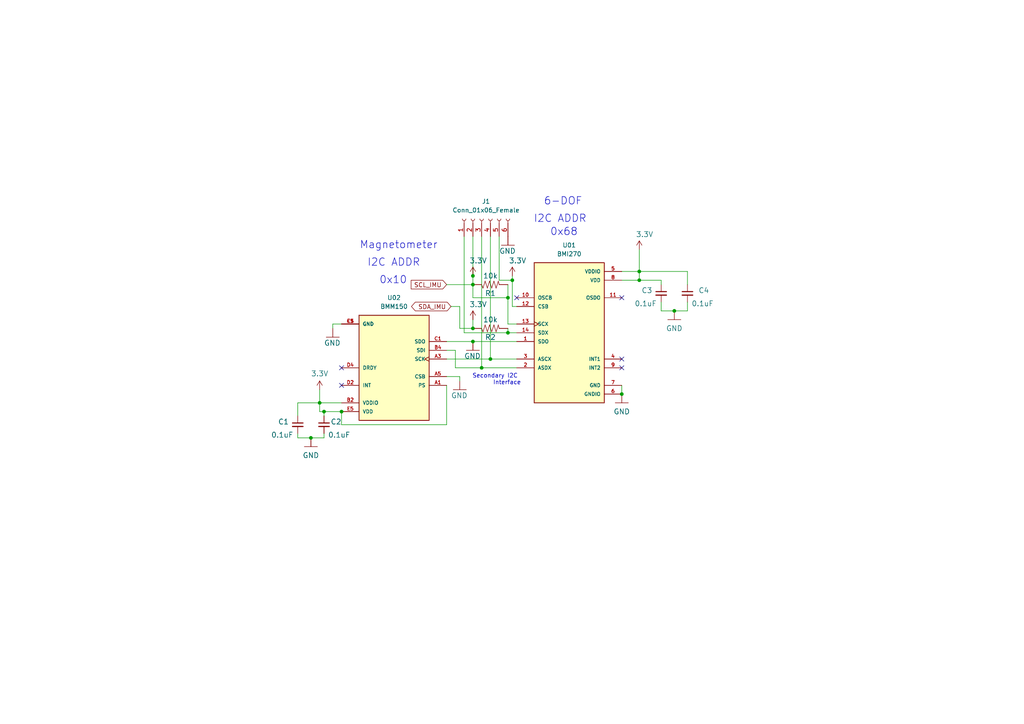
<source format=kicad_sch>
(kicad_sch (version 20211123) (generator eeschema)

  (uuid 8dd13cc3-9399-4e94-acbd-de65c3db574d)

  (paper "A4")

  (lib_symbols
    (symbol "Connector:Conn_01x06_Female" (pin_names (offset 1.016) hide) (in_bom yes) (on_board yes)
      (property "Reference" "J" (id 0) (at 0 7.62 0)
        (effects (font (size 1.27 1.27)))
      )
      (property "Value" "Conn_01x06_Female" (id 1) (at 0 -10.16 0)
        (effects (font (size 1.27 1.27)))
      )
      (property "Footprint" "" (id 2) (at 0 0 0)
        (effects (font (size 1.27 1.27)) hide)
      )
      (property "Datasheet" "~" (id 3) (at 0 0 0)
        (effects (font (size 1.27 1.27)) hide)
      )
      (property "ki_keywords" "connector" (id 4) (at 0 0 0)
        (effects (font (size 1.27 1.27)) hide)
      )
      (property "ki_description" "Generic connector, single row, 01x06, script generated (kicad-library-utils/schlib/autogen/connector/)" (id 5) (at 0 0 0)
        (effects (font (size 1.27 1.27)) hide)
      )
      (property "ki_fp_filters" "Connector*:*_1x??_*" (id 6) (at 0 0 0)
        (effects (font (size 1.27 1.27)) hide)
      )
      (symbol "Conn_01x06_Female_1_1"
        (arc (start 0 -7.112) (mid -0.508 -7.62) (end 0 -8.128)
          (stroke (width 0.1524) (type default) (color 0 0 0 0))
          (fill (type none))
        )
        (arc (start 0 -4.572) (mid -0.508 -5.08) (end 0 -5.588)
          (stroke (width 0.1524) (type default) (color 0 0 0 0))
          (fill (type none))
        )
        (arc (start 0 -2.032) (mid -0.508 -2.54) (end 0 -3.048)
          (stroke (width 0.1524) (type default) (color 0 0 0 0))
          (fill (type none))
        )
        (polyline
          (pts
            (xy -1.27 -7.62)
            (xy -0.508 -7.62)
          )
          (stroke (width 0.1524) (type default) (color 0 0 0 0))
          (fill (type none))
        )
        (polyline
          (pts
            (xy -1.27 -5.08)
            (xy -0.508 -5.08)
          )
          (stroke (width 0.1524) (type default) (color 0 0 0 0))
          (fill (type none))
        )
        (polyline
          (pts
            (xy -1.27 -2.54)
            (xy -0.508 -2.54)
          )
          (stroke (width 0.1524) (type default) (color 0 0 0 0))
          (fill (type none))
        )
        (polyline
          (pts
            (xy -1.27 0)
            (xy -0.508 0)
          )
          (stroke (width 0.1524) (type default) (color 0 0 0 0))
          (fill (type none))
        )
        (polyline
          (pts
            (xy -1.27 2.54)
            (xy -0.508 2.54)
          )
          (stroke (width 0.1524) (type default) (color 0 0 0 0))
          (fill (type none))
        )
        (polyline
          (pts
            (xy -1.27 5.08)
            (xy -0.508 5.08)
          )
          (stroke (width 0.1524) (type default) (color 0 0 0 0))
          (fill (type none))
        )
        (arc (start 0 0.508) (mid -0.508 0) (end 0 -0.508)
          (stroke (width 0.1524) (type default) (color 0 0 0 0))
          (fill (type none))
        )
        (arc (start 0 3.048) (mid -0.508 2.54) (end 0 2.032)
          (stroke (width 0.1524) (type default) (color 0 0 0 0))
          (fill (type none))
        )
        (arc (start 0 5.588) (mid -0.508 5.08) (end 0 4.572)
          (stroke (width 0.1524) (type default) (color 0 0 0 0))
          (fill (type none))
        )
        (pin passive line (at -5.08 5.08 0) (length 3.81)
          (name "Pin_1" (effects (font (size 1.27 1.27))))
          (number "1" (effects (font (size 1.27 1.27))))
        )
        (pin passive line (at -5.08 2.54 0) (length 3.81)
          (name "Pin_2" (effects (font (size 1.27 1.27))))
          (number "2" (effects (font (size 1.27 1.27))))
        )
        (pin passive line (at -5.08 0 0) (length 3.81)
          (name "Pin_3" (effects (font (size 1.27 1.27))))
          (number "3" (effects (font (size 1.27 1.27))))
        )
        (pin passive line (at -5.08 -2.54 0) (length 3.81)
          (name "Pin_4" (effects (font (size 1.27 1.27))))
          (number "4" (effects (font (size 1.27 1.27))))
        )
        (pin passive line (at -5.08 -5.08 0) (length 3.81)
          (name "Pin_5" (effects (font (size 1.27 1.27))))
          (number "5" (effects (font (size 1.27 1.27))))
        )
        (pin passive line (at -5.08 -7.62 0) (length 3.81)
          (name "Pin_6" (effects (font (size 1.27 1.27))))
          (number "6" (effects (font (size 1.27 1.27))))
        )
      )
    )
    (symbol "mainboard:3.3V" (power) (pin_names (offset 1.016)) (in_bom yes) (on_board yes)
      (property "Reference" "#P+" (id 0) (at 0 0 0)
        (effects (font (size 1.27 1.27)) hide)
      )
      (property "Value" "3.3V" (id 1) (at -1.016 3.556 0)
        (effects (font (size 1.4986 1.4986)) (justify left bottom))
      )
      (property "Footprint" "" (id 2) (at 0 0 0)
        (effects (font (size 1.27 1.27)) hide)
      )
      (property "Datasheet" "" (id 3) (at 0 0 0)
        (effects (font (size 1.27 1.27)) hide)
      )
      (property "ki_locked" "" (id 4) (at 0 0 0)
        (effects (font (size 1.27 1.27)))
      )
      (symbol "3.3V_1_0"
        (polyline
          (pts
            (xy 0 2.54)
            (xy -0.762 1.27)
          )
          (stroke (width 0) (type default) (color 0 0 0 0))
          (fill (type none))
        )
        (polyline
          (pts
            (xy 0.762 1.27)
            (xy 0 2.54)
          )
          (stroke (width 0) (type default) (color 0 0 0 0))
          (fill (type none))
        )
        (pin power_in line (at 0 0 90) (length 2.54)
          (name "3.3V" (effects (font (size 0 0))))
          (number "1" (effects (font (size 0 0))))
        )
      )
    )
    (symbol "mainboard:BMI270" (pin_names (offset 1.016)) (in_bom yes) (on_board yes)
      (property "Reference" "U" (id 0) (at -10.16 21.082 0)
        (effects (font (size 1.27 1.27)) (justify left bottom))
      )
      (property "Value" "BMI270" (id 1) (at -10.16 -22.86 0)
        (effects (font (size 1.27 1.27)) (justify left bottom))
      )
      (property "Footprint" "XDCR_BMI270" (id 2) (at 22.86 3.81 0)
        (effects (font (size 1.27 1.27)) (justify bottom) hide)
      )
      (property "Datasheet" "" (id 3) (at 0 0 0)
        (effects (font (size 1.27 1.27)) hide)
      )
      (property "PATREV" "1.0" (id 4) (at 3.81 -3.81 0)
        (effects (font (size 1.27 1.27)) (justify bottom) hide)
      )
      (property "STANDARD" "Manufacturer Recommendations" (id 5) (at 13.97 21.59 0)
        (effects (font (size 1.27 1.27)) (justify bottom) hide)
      )
      (property "MAXIMUM_PACKAGE_HEIGHT" "0.87mm" (id 6) (at 0 0 0)
        (effects (font (size 1.27 1.27)) (justify bottom) hide)
      )
      (property "MANUFACTURER" "Bosch Sensortec" (id 7) (at 21.59 0 0)
        (effects (font (size 1.27 1.27)) (justify bottom) hide)
      )
      (symbol "BMI270_0_0"
        (rectangle (start -10.16 -20.32) (end 10.16 20.32)
          (stroke (width 0.254) (type default) (color 0 0 0 0))
          (fill (type background))
        )
        (pin bidirectional line (at -15.24 -2.54 0) (length 5.08)
          (name "SDO" (effects (font (size 1.016 1.016))))
          (number "1" (effects (font (size 1.016 1.016))))
        )
        (pin input line (at -15.24 10.16 0) (length 5.08)
          (name "OSCB" (effects (font (size 1.016 1.016))))
          (number "10" (effects (font (size 1.016 1.016))))
        )
        (pin output line (at 15.24 10.16 180) (length 5.08)
          (name "OSDO" (effects (font (size 1.016 1.016))))
          (number "11" (effects (font (size 1.016 1.016))))
        )
        (pin input line (at -15.24 7.62 0) (length 5.08)
          (name "CSB" (effects (font (size 1.016 1.016))))
          (number "12" (effects (font (size 1.016 1.016))))
        )
        (pin input clock (at -15.24 2.54 0) (length 5.08)
          (name "SCX" (effects (font (size 1.016 1.016))))
          (number "13" (effects (font (size 1.016 1.016))))
        )
        (pin bidirectional line (at -15.24 0 0) (length 5.08)
          (name "SDX" (effects (font (size 1.016 1.016))))
          (number "14" (effects (font (size 1.016 1.016))))
        )
        (pin bidirectional line (at -15.24 -10.16 0) (length 5.08)
          (name "ASDX" (effects (font (size 1.016 1.016))))
          (number "2" (effects (font (size 1.016 1.016))))
        )
        (pin bidirectional line (at -15.24 -7.62 0) (length 5.08)
          (name "ASCX" (effects (font (size 1.016 1.016))))
          (number "3" (effects (font (size 1.016 1.016))))
        )
        (pin bidirectional line (at 15.24 -7.62 180) (length 5.08)
          (name "INT1" (effects (font (size 1.016 1.016))))
          (number "4" (effects (font (size 1.016 1.016))))
        )
        (pin power_in line (at 15.24 17.78 180) (length 5.08)
          (name "VDDIO" (effects (font (size 1.016 1.016))))
          (number "5" (effects (font (size 1.016 1.016))))
        )
        (pin power_in line (at 15.24 -17.78 180) (length 5.08)
          (name "GNDIO" (effects (font (size 1.016 1.016))))
          (number "6" (effects (font (size 1.016 1.016))))
        )
        (pin power_in line (at 15.24 -15.24 180) (length 5.08)
          (name "GND" (effects (font (size 1.016 1.016))))
          (number "7" (effects (font (size 1.016 1.016))))
        )
        (pin power_in line (at 15.24 15.24 180) (length 5.08)
          (name "VDD" (effects (font (size 1.016 1.016))))
          (number "8" (effects (font (size 1.016 1.016))))
        )
        (pin bidirectional line (at 15.24 -10.16 180) (length 5.08)
          (name "INT2" (effects (font (size 1.016 1.016))))
          (number "9" (effects (font (size 1.016 1.016))))
        )
      )
    )
    (symbol "mainboard:BMM150" (pin_names (offset 1.016)) (in_bom yes) (on_board yes)
      (property "Reference" "U" (id 0) (at -10.16 16.51 0)
        (effects (font (size 1.27 1.27)) (justify left bottom))
      )
      (property "Value" "BMM150" (id 1) (at -10.16 -16.51 0)
        (effects (font (size 1.27 1.27)) (justify left top))
      )
      (property "Footprint" "XDCR_BMM150" (id 2) (at 13.97 19.05 0)
        (effects (font (size 1.27 1.27)) (justify bottom) hide)
      )
      (property "Datasheet" "" (id 3) (at -25.4 17.78 0)
        (effects (font (size 1.27 1.27)) hide)
      )
      (property "MF" "Bosch Sensortec" (id 4) (at -21.59 15.24 0)
        (effects (font (size 1.27 1.27)) (justify bottom) hide)
      )
      (property "DESCRIPTION" "BMM150 Series 3.6 V Surface Mount Three-Axis Geomagnetic Sensor - WLCSP-12" (id 5) (at -1.27 21.59 0)
        (effects (font (size 1.27 1.27)) (justify bottom) hide)
      )
      (property "PRICE" "None" (id 6) (at -25.4 17.78 0)
        (effects (font (size 1.27 1.27)) (justify bottom) hide)
      )
      (property "MP" "BMM150" (id 7) (at -13.97 19.05 0)
        (effects (font (size 1.27 1.27)) (justify bottom) hide)
      )
      (property "AVAILABILITY" "Unavailable" (id 8) (at 0 19.05 0)
        (effects (font (size 1.27 1.27)) (justify bottom) hide)
      )
      (property "PACKAGE" "WLCSP-12 Bosch" (id 9) (at -21.59 11.43 0)
        (effects (font (size 1.27 1.27)) (justify bottom) hide)
      )
      (symbol "BMM150_0_0"
        (rectangle (start -10.16 -15.24) (end 10.16 15.24)
          (stroke (width 0.254) (type default) (color 0 0 0 0))
          (fill (type background))
        )
        (pin input line (at -15.24 5.08 0) (length 5.08)
          (name "PS" (effects (font (size 1.016 1.016))))
          (number "A1" (effects (font (size 1.016 1.016))))
        )
        (pin input clock (at -15.24 -2.54 0) (length 5.08)
          (name "SCK" (effects (font (size 1.016 1.016))))
          (number "A3" (effects (font (size 1.016 1.016))))
        )
        (pin input line (at -15.24 2.54 0) (length 5.08)
          (name "CSB" (effects (font (size 1.016 1.016))))
          (number "A5" (effects (font (size 1.016 1.016))))
        )
        (pin power_in line (at 15.24 10.16 180) (length 5.08)
          (name "VDDIO" (effects (font (size 1.016 1.016))))
          (number "B2" (effects (font (size 1.016 1.016))))
        )
        (pin bidirectional line (at -15.24 -5.08 0) (length 5.08)
          (name "SDI" (effects (font (size 1.016 1.016))))
          (number "B4" (effects (font (size 1.016 1.016))))
        )
        (pin output line (at -15.24 -7.62 0) (length 5.08)
          (name "SDO" (effects (font (size 1.016 1.016))))
          (number "C1" (effects (font (size 1.016 1.016))))
        )
        (pin power_in line (at 15.24 -12.7 180) (length 5.08)
          (name "GND" (effects (font (size 1.016 1.016))))
          (number "C5" (effects (font (size 1.016 1.016))))
        )
        (pin output line (at 15.24 5.08 180) (length 5.08)
          (name "INT" (effects (font (size 1.016 1.016))))
          (number "D2" (effects (font (size 1.016 1.016))))
        )
        (pin output line (at 15.24 0 180) (length 5.08)
          (name "DRDY" (effects (font (size 1.016 1.016))))
          (number "D4" (effects (font (size 1.016 1.016))))
        )
        (pin power_in line (at 15.24 -12.7 180) (length 5.08)
          (name "GND" (effects (font (size 1.016 1.016))))
          (number "E1" (effects (font (size 1.016 1.016))))
        )
        (pin power_in line (at 15.24 -12.7 180) (length 5.08)
          (name "GND" (effects (font (size 1.016 1.016))))
          (number "E3" (effects (font (size 1.016 1.016))))
        )
        (pin power_in line (at 15.24 12.7 180) (length 5.08)
          (name "VDD" (effects (font (size 1.016 1.016))))
          (number "E5" (effects (font (size 1.016 1.016))))
        )
      )
    )
    (symbol "mainboard:C_Small" (pin_numbers hide) (pin_names (offset 0.254) hide) (in_bom yes) (on_board yes)
      (property "Reference" "C" (id 0) (at 0.254 1.778 0)
        (effects (font (size 1.27 1.27)) (justify left))
      )
      (property "Value" "C_Small" (id 1) (at 0.254 -2.032 0)
        (effects (font (size 1.27 1.27)) (justify left))
      )
      (property "Footprint" "" (id 2) (at 0 0 0)
        (effects (font (size 1.27 1.27)) hide)
      )
      (property "Datasheet" "" (id 3) (at 0 0 0)
        (effects (font (size 1.27 1.27)) hide)
      )
      (property "ki_fp_filters" "C_*" (id 4) (at 0 0 0)
        (effects (font (size 1.27 1.27)) hide)
      )
      (symbol "C_Small_0_1"
        (polyline
          (pts
            (xy -1.524 -0.508)
            (xy 1.524 -0.508)
          )
          (stroke (width 0.3302) (type default) (color 0 0 0 0))
          (fill (type none))
        )
        (polyline
          (pts
            (xy -1.524 0.508)
            (xy 1.524 0.508)
          )
          (stroke (width 0.3048) (type default) (color 0 0 0 0))
          (fill (type none))
        )
      )
      (symbol "C_Small_1_1"
        (pin passive line (at 0 2.54 270) (length 2.032)
          (name "~" (effects (font (size 1.27 1.27))))
          (number "1" (effects (font (size 1.27 1.27))))
        )
        (pin passive line (at 0 -2.54 90) (length 2.032)
          (name "~" (effects (font (size 1.27 1.27))))
          (number "2" (effects (font (size 1.27 1.27))))
        )
      )
    )
    (symbol "mainboard:GND" (power) (pin_names (offset 1.016)) (in_bom yes) (on_board yes)
      (property "Reference" "#GND" (id 0) (at 0 0 0)
        (effects (font (size 1.27 1.27)) hide)
      )
      (property "Value" "GND" (id 1) (at -2.54 -2.54 0)
        (effects (font (size 1.4986 1.4986)) (justify left bottom))
      )
      (property "Footprint" "" (id 2) (at 0 0 0)
        (effects (font (size 1.27 1.27)) hide)
      )
      (property "Datasheet" "" (id 3) (at 0 0 0)
        (effects (font (size 1.27 1.27)) hide)
      )
      (property "ki_locked" "" (id 4) (at 0 0 0)
        (effects (font (size 1.27 1.27)))
      )
      (symbol "GND_1_0"
        (polyline
          (pts
            (xy -1.905 0)
            (xy 1.905 0)
          )
          (stroke (width 0) (type default) (color 0 0 0 0))
          (fill (type none))
        )
        (pin power_in line (at 0 2.54 270) (length 2.54)
          (name "GND" (effects (font (size 0 0))))
          (number "1" (effects (font (size 0 0))))
        )
      )
    )
    (symbol "mainboard:R-US_R0603" (pin_names (offset 1.016)) (in_bom yes) (on_board yes)
      (property "Reference" "R" (id 0) (at -3.81 1.4986 0)
        (effects (font (size 1.4986 1.4986)) (justify left bottom))
      )
      (property "Value" "R-US_R0603" (id 1) (at -3.81 -3.302 0)
        (effects (font (size 1.4986 1.4986)) (justify left bottom))
      )
      (property "Footprint" "" (id 2) (at 0 0 0)
        (effects (font (size 1.27 1.27)) hide)
      )
      (property "Datasheet" "" (id 3) (at 0 0 0)
        (effects (font (size 1.27 1.27)) hide)
      )
      (property "ki_locked" "" (id 4) (at 0 0 0)
        (effects (font (size 1.27 1.27)))
      )
      (symbol "R-US_R0603_1_0"
        (polyline
          (pts
            (xy -2.54 0)
            (xy -2.159 1.016)
          )
          (stroke (width 0) (type default) (color 0 0 0 0))
          (fill (type none))
        )
        (polyline
          (pts
            (xy -2.159 1.016)
            (xy -1.524 -1.016)
          )
          (stroke (width 0) (type default) (color 0 0 0 0))
          (fill (type none))
        )
        (polyline
          (pts
            (xy -1.524 -1.016)
            (xy -0.889 1.016)
          )
          (stroke (width 0) (type default) (color 0 0 0 0))
          (fill (type none))
        )
        (polyline
          (pts
            (xy -0.889 1.016)
            (xy -0.254 -1.016)
          )
          (stroke (width 0) (type default) (color 0 0 0 0))
          (fill (type none))
        )
        (polyline
          (pts
            (xy -0.254 -1.016)
            (xy 0.381 1.016)
          )
          (stroke (width 0) (type default) (color 0 0 0 0))
          (fill (type none))
        )
        (polyline
          (pts
            (xy 0.381 1.016)
            (xy 1.016 -1.016)
          )
          (stroke (width 0) (type default) (color 0 0 0 0))
          (fill (type none))
        )
        (polyline
          (pts
            (xy 1.016 -1.016)
            (xy 1.651 1.016)
          )
          (stroke (width 0) (type default) (color 0 0 0 0))
          (fill (type none))
        )
        (polyline
          (pts
            (xy 1.651 1.016)
            (xy 2.286 -1.016)
          )
          (stroke (width 0) (type default) (color 0 0 0 0))
          (fill (type none))
        )
        (polyline
          (pts
            (xy 2.286 -1.016)
            (xy 2.54 0)
          )
          (stroke (width 0) (type default) (color 0 0 0 0))
          (fill (type none))
        )
        (pin passive line (at -5.08 0 0) (length 2.54)
          (name "1" (effects (font (size 0 0))))
          (number "1" (effects (font (size 0 0))))
        )
        (pin passive line (at 5.08 0 180) (length 2.54)
          (name "2" (effects (font (size 0 0))))
          (number "2" (effects (font (size 0 0))))
        )
      )
    )
  )

  (junction (at 180.34 114.3) (diameter 0) (color 0 0 0 0)
    (uuid 1726e3e3-e107-4d57-8b4f-a8d882c25ef0)
  )
  (junction (at 148.59 81.28) (diameter 0) (color 0 0 0 0)
    (uuid 241c79a5-8589-4137-a122-ff24f6aa3b03)
  )
  (junction (at 93.98 119.38) (diameter 0) (color 0 0 0 0)
    (uuid 3a7af328-8f6d-45c6-98af-1612a6de4968)
  )
  (junction (at 92.71 116.84) (diameter 0) (color 0 0 0 0)
    (uuid 45d640da-789f-4cdf-8140-29b8127b447c)
  )
  (junction (at 90.17 127) (diameter 0) (color 0 0 0 0)
    (uuid 5c300cc0-afb8-4a88-a382-ddd42f3d835e)
  )
  (junction (at 185.42 78.74) (diameter 0) (color 0 0 0 0)
    (uuid 77955f2b-7fc5-4ad0-bfb0-d946cd039717)
  )
  (junction (at 137.16 95.25) (diameter 0) (color 0 0 0 0)
    (uuid 796c4f57-d897-4f74-b4ab-eabc35f528d6)
  )
  (junction (at 99.06 119.38) (diameter 0) (color 0 0 0 0)
    (uuid 839ba180-df39-4ea2-b24b-8886b33c5ef7)
  )
  (junction (at 142.24 104.14) (diameter 0) (color 0 0 0 0)
    (uuid 87dcdac6-c57c-4a13-a50f-80baac97b3f1)
  )
  (junction (at 185.42 81.28) (diameter 0) (color 0 0 0 0)
    (uuid 8beab633-510c-42ad-9f10-b0116bdf25f6)
  )
  (junction (at 147.32 86.36) (diameter 0) (color 0 0 0 0)
    (uuid 9738fb27-cc8b-4ea5-816c-3a0ae5d076f2)
  )
  (junction (at 137.16 99.06) (diameter 0) (color 0 0 0 0)
    (uuid b1a70926-c448-44b9-b259-4c9ea691db6c)
  )
  (junction (at 195.58 90.17) (diameter 0) (color 0 0 0 0)
    (uuid c03daed5-600c-40c6-87ef-706860e40d6d)
  )
  (junction (at 137.16 80.01) (diameter 0) (color 0 0 0 0)
    (uuid c820e1ec-abbf-442f-b05d-ed22fcb6a8d6)
  )
  (junction (at 147.32 96.52) (diameter 0) (color 0 0 0 0)
    (uuid e6c93a4f-d987-4077-ad7b-12667c3d81d0)
  )
  (junction (at 137.16 82.55) (diameter 0) (color 0 0 0 0)
    (uuid e7e4b60f-3255-4a66-bb05-15847ebc5bce)
  )
  (junction (at 139.7 106.68) (diameter 0) (color 0 0 0 0)
    (uuid fd278c79-66e6-4db6-90a5-7abde650253a)
  )

  (no_connect (at 99.06 111.76) (uuid 0babd465-b36e-4171-a411-96145026e6ee))
  (no_connect (at 180.34 104.14) (uuid 33a206f7-3231-472c-8c5a-c8cf9ebca2b5))
  (no_connect (at 180.34 86.36) (uuid 4b624171-c273-45ac-86d2-6db91d745353))
  (no_connect (at 180.34 106.68) (uuid 5a3cb1da-c09a-4407-a048-9812916d5b57))
  (no_connect (at 99.06 106.68) (uuid 5ee2618e-711d-4ede-a775-98654d8f9f8b))
  (no_connect (at 149.86 86.36) (uuid b890dc81-2f31-47d9-b3a6-95528510e6ec))

  (wire (pts (xy 93.98 127) (xy 90.17 127))
    (stroke (width 0) (type default) (color 0 0 0 0))
    (uuid 0751da4a-10ab-486c-8a99-38c472ed7820)
  )
  (wire (pts (xy 129.54 99.06) (xy 137.16 99.06))
    (stroke (width 0) (type default) (color 0 0 0 0))
    (uuid 0bda5b29-450f-4892-8dfd-9d1406f52409)
  )
  (wire (pts (xy 137.16 86.36) (xy 147.32 86.36))
    (stroke (width 0) (type default) (color 0 0 0 0))
    (uuid 1ee51a75-ebcd-42e6-88df-4d50e48122ba)
  )
  (wire (pts (xy 93.98 119.38) (xy 99.06 119.38))
    (stroke (width 0) (type default) (color 0 0 0 0))
    (uuid 2b120944-88e3-42b7-a2c7-612a0e1f0e26)
  )
  (wire (pts (xy 133.35 88.9) (xy 133.35 95.25))
    (stroke (width 0) (type default) (color 0 0 0 0))
    (uuid 31f7699d-afcc-4ff1-9df0-b1f85fb622ba)
  )
  (wire (pts (xy 199.39 90.17) (xy 199.39 87.63))
    (stroke (width 0) (type default) (color 0 0 0 0))
    (uuid 35208f38-c0c1-49f9-a0d0-657a401709fb)
  )
  (wire (pts (xy 191.77 82.55) (xy 191.77 81.28))
    (stroke (width 0) (type default) (color 0 0 0 0))
    (uuid 3a6e88d2-7fc6-4edf-8784-36438b98eddf)
  )
  (wire (pts (xy 129.54 109.22) (xy 133.35 109.22))
    (stroke (width 0) (type default) (color 0 0 0 0))
    (uuid 3c4302e5-c6cf-4f23-98a3-482bb9a12979)
  )
  (wire (pts (xy 147.32 82.55) (xy 147.32 86.36))
    (stroke (width 0) (type default) (color 0 0 0 0))
    (uuid 3c533efa-830d-4728-9f7a-617587491a3b)
  )
  (wire (pts (xy 148.59 81.28) (xy 148.59 88.9))
    (stroke (width 0) (type default) (color 0 0 0 0))
    (uuid 43c764e5-8810-4232-94ef-84cf5069c9ae)
  )
  (wire (pts (xy 99.06 93.98) (xy 96.52 93.98))
    (stroke (width 0) (type default) (color 0 0 0 0))
    (uuid 4a60221a-16e0-4dad-bcea-a14fe637cc2d)
  )
  (wire (pts (xy 86.36 116.84) (xy 86.36 120.65))
    (stroke (width 0) (type default) (color 0 0 0 0))
    (uuid 4fdca231-a8bb-40e1-b3cd-7ce0637d2aa2)
  )
  (wire (pts (xy 93.98 127) (xy 93.98 125.73))
    (stroke (width 0) (type default) (color 0 0 0 0))
    (uuid 5170d5a7-fc08-4908-b370-623614de3839)
  )
  (wire (pts (xy 132.08 106.68) (xy 139.7 106.68))
    (stroke (width 0) (type default) (color 0 0 0 0))
    (uuid 541461e4-a0f9-480b-92a2-19c822318ced)
  )
  (wire (pts (xy 129.54 111.76) (xy 129.54 123.19))
    (stroke (width 0) (type default) (color 0 0 0 0))
    (uuid 545bb167-84a7-4897-b690-05193c5fbaf3)
  )
  (wire (pts (xy 199.39 78.74) (xy 185.42 78.74))
    (stroke (width 0) (type default) (color 0 0 0 0))
    (uuid 613de8a1-cc0e-4858-93ae-5cce858a4f35)
  )
  (wire (pts (xy 129.54 104.14) (xy 142.24 104.14))
    (stroke (width 0) (type default) (color 0 0 0 0))
    (uuid 616d6723-5b6f-4040-b8ab-513d05875f18)
  )
  (wire (pts (xy 137.16 82.55) (xy 137.16 86.36))
    (stroke (width 0) (type default) (color 0 0 0 0))
    (uuid 6d391214-e35b-44ad-9466-4f7887ab47b7)
  )
  (wire (pts (xy 134.62 68.58) (xy 134.62 96.52))
    (stroke (width 0) (type default) (color 0 0 0 0))
    (uuid 6fc43630-8cd5-4ee4-80c1-178fed71c96a)
  )
  (wire (pts (xy 137.16 80.01) (xy 137.16 82.55))
    (stroke (width 0) (type default) (color 0 0 0 0))
    (uuid 71a2a67b-89df-4225-b4a1-d8ee2c406e80)
  )
  (wire (pts (xy 142.24 104.14) (xy 149.86 104.14))
    (stroke (width 0) (type default) (color 0 0 0 0))
    (uuid 73bc1354-0eba-409e-9df5-c6b3815f8581)
  )
  (wire (pts (xy 130.81 88.9) (xy 133.35 88.9))
    (stroke (width 0) (type default) (color 0 0 0 0))
    (uuid 74faf5bf-fa81-471f-9c27-1424b730eca5)
  )
  (wire (pts (xy 195.58 90.17) (xy 191.77 90.17))
    (stroke (width 0) (type default) (color 0 0 0 0))
    (uuid 816c765a-89fe-41f4-8906-eefb9b1e5817)
  )
  (wire (pts (xy 180.34 81.28) (xy 185.42 81.28))
    (stroke (width 0) (type default) (color 0 0 0 0))
    (uuid 855c3c85-2f73-4042-88d5-fac0c3d2bf98)
  )
  (wire (pts (xy 147.32 86.36) (xy 147.32 93.98))
    (stroke (width 0) (type default) (color 0 0 0 0))
    (uuid 8c5b4a6c-662f-4660-8eab-df6b878a066a)
  )
  (wire (pts (xy 92.71 113.03) (xy 92.71 116.84))
    (stroke (width 0) (type default) (color 0 0 0 0))
    (uuid 93e2c27c-5a10-4075-8569-c37e7ec1d791)
  )
  (wire (pts (xy 132.08 106.68) (xy 132.08 101.6))
    (stroke (width 0) (type default) (color 0 0 0 0))
    (uuid 9a8a4239-9a6f-4567-ad45-5c3fb7f2d0aa)
  )
  (wire (pts (xy 93.98 120.65) (xy 93.98 119.38))
    (stroke (width 0) (type default) (color 0 0 0 0))
    (uuid 9cab31d3-fae6-4c71-9dfc-d98f76e17d96)
  )
  (wire (pts (xy 149.86 88.9) (xy 148.59 88.9))
    (stroke (width 0) (type default) (color 0 0 0 0))
    (uuid a2e8eb8d-17d6-45fa-80c5-668b2c184ef6)
  )
  (wire (pts (xy 144.78 68.58) (xy 144.78 81.28))
    (stroke (width 0) (type default) (color 0 0 0 0))
    (uuid a7eba453-a493-4d0b-b56d-a582f025d173)
  )
  (wire (pts (xy 147.32 93.98) (xy 149.86 93.98))
    (stroke (width 0) (type default) (color 0 0 0 0))
    (uuid ab4faad7-2009-450e-aa7a-fc40378587bb)
  )
  (wire (pts (xy 191.77 90.17) (xy 191.77 87.63))
    (stroke (width 0) (type default) (color 0 0 0 0))
    (uuid af36e8cc-8d17-4865-b1c0-b42da86e1b2e)
  )
  (wire (pts (xy 139.7 106.68) (xy 149.86 106.68))
    (stroke (width 0) (type default) (color 0 0 0 0))
    (uuid b05fd76f-6448-492c-acc8-aac82b6d4cb2)
  )
  (wire (pts (xy 129.54 82.55) (xy 137.16 82.55))
    (stroke (width 0) (type default) (color 0 0 0 0))
    (uuid b0d15ac9-cd4b-4d1a-ad11-cb6527b0030b)
  )
  (wire (pts (xy 99.06 119.38) (xy 99.06 123.19))
    (stroke (width 0) (type default) (color 0 0 0 0))
    (uuid bd210cbf-b846-4852-85f0-5e0afb9ee513)
  )
  (wire (pts (xy 134.62 96.52) (xy 147.32 96.52))
    (stroke (width 0) (type default) (color 0 0 0 0))
    (uuid c35d81f1-a02d-4950-b7af-6f247799b9b0)
  )
  (wire (pts (xy 133.35 110.49) (xy 133.35 109.22))
    (stroke (width 0) (type default) (color 0 0 0 0))
    (uuid c43e6669-18eb-42f7-b2e1-18deb0a4e92a)
  )
  (wire (pts (xy 86.36 127) (xy 86.36 125.73))
    (stroke (width 0) (type default) (color 0 0 0 0))
    (uuid c44760f3-8f4d-40a4-b189-c74424988ec0)
  )
  (wire (pts (xy 185.42 72.39) (xy 185.42 78.74))
    (stroke (width 0) (type default) (color 0 0 0 0))
    (uuid c4ee0d83-67f8-409b-8e8b-19e5132d0976)
  )
  (wire (pts (xy 137.16 92.71) (xy 137.16 95.25))
    (stroke (width 0) (type default) (color 0 0 0 0))
    (uuid c5311508-08f4-4c98-9d24-63d111a50635)
  )
  (wire (pts (xy 180.34 111.76) (xy 180.34 114.3))
    (stroke (width 0) (type default) (color 0 0 0 0))
    (uuid c88217ac-7426-4f18-9f57-717325a6940c)
  )
  (wire (pts (xy 142.24 68.58) (xy 142.24 104.14))
    (stroke (width 0) (type default) (color 0 0 0 0))
    (uuid c9bd4533-f373-4f19-8865-3af3bdc14e4f)
  )
  (wire (pts (xy 99.06 123.19) (xy 129.54 123.19))
    (stroke (width 0) (type default) (color 0 0 0 0))
    (uuid d130e02e-9da5-40c3-b340-6895a502b575)
  )
  (wire (pts (xy 199.39 78.74) (xy 199.39 82.55))
    (stroke (width 0) (type default) (color 0 0 0 0))
    (uuid d18562a1-a758-435d-806c-d5ed24c07fd6)
  )
  (wire (pts (xy 92.71 119.38) (xy 93.98 119.38))
    (stroke (width 0) (type default) (color 0 0 0 0))
    (uuid d3ba846a-c981-4dc3-a646-39df82905567)
  )
  (wire (pts (xy 86.36 127) (xy 90.17 127))
    (stroke (width 0) (type default) (color 0 0 0 0))
    (uuid d69b5f39-2a58-4229-9871-f3035e17e1b7)
  )
  (wire (pts (xy 185.42 81.28) (xy 185.42 78.74))
    (stroke (width 0) (type default) (color 0 0 0 0))
    (uuid d75b2775-50c3-4def-bfa1-01c592c3c840)
  )
  (wire (pts (xy 195.58 90.17) (xy 199.39 90.17))
    (stroke (width 0) (type default) (color 0 0 0 0))
    (uuid d766e80e-4e16-4287-9bad-8988176f6ed0)
  )
  (wire (pts (xy 144.78 81.28) (xy 148.59 81.28))
    (stroke (width 0) (type default) (color 0 0 0 0))
    (uuid d868aea8-e248-43bd-aa27-bc6102d20433)
  )
  (wire (pts (xy 139.7 68.58) (xy 139.7 106.68))
    (stroke (width 0) (type default) (color 0 0 0 0))
    (uuid d9ada9b4-839b-4d58-be4d-78b67a122c49)
  )
  (wire (pts (xy 148.59 80.01) (xy 148.59 81.28))
    (stroke (width 0) (type default) (color 0 0 0 0))
    (uuid dde08404-0391-46b8-9442-cff6426e12fc)
  )
  (wire (pts (xy 137.16 68.58) (xy 137.16 80.01))
    (stroke (width 0) (type default) (color 0 0 0 0))
    (uuid e6a9908a-4528-4c57-81b9-9a835183fbb5)
  )
  (wire (pts (xy 96.52 93.98) (xy 96.52 95.25))
    (stroke (width 0) (type default) (color 0 0 0 0))
    (uuid e6acc8c2-4e59-4930-8520-df443c4c84e8)
  )
  (wire (pts (xy 185.42 78.74) (xy 180.34 78.74))
    (stroke (width 0) (type default) (color 0 0 0 0))
    (uuid e8ebdc49-46e6-456a-ae9f-c5ab61dc8923)
  )
  (wire (pts (xy 132.08 101.6) (xy 129.54 101.6))
    (stroke (width 0) (type default) (color 0 0 0 0))
    (uuid ee155505-d687-4e58-8f43-7fd72aee4709)
  )
  (wire (pts (xy 137.16 95.25) (xy 133.35 95.25))
    (stroke (width 0) (type default) (color 0 0 0 0))
    (uuid eeaf80ad-2638-4d60-b3c4-ac58961ea020)
  )
  (wire (pts (xy 92.71 116.84) (xy 92.71 119.38))
    (stroke (width 0) (type default) (color 0 0 0 0))
    (uuid efb8a9db-27ea-4eae-8fab-1a76481c87fe)
  )
  (wire (pts (xy 92.71 116.84) (xy 99.06 116.84))
    (stroke (width 0) (type default) (color 0 0 0 0))
    (uuid f5723867-bc1c-43f3-be7b-ef74a4fa79c3)
  )
  (wire (pts (xy 147.32 96.52) (xy 147.32 95.25))
    (stroke (width 0) (type default) (color 0 0 0 0))
    (uuid f88d57b9-c681-4257-96bc-14be2111fa4a)
  )
  (wire (pts (xy 185.42 81.28) (xy 191.77 81.28))
    (stroke (width 0) (type default) (color 0 0 0 0))
    (uuid fbc73186-ae43-412d-a0bb-abffce3d2874)
  )
  (wire (pts (xy 147.32 96.52) (xy 149.86 96.52))
    (stroke (width 0) (type default) (color 0 0 0 0))
    (uuid fe5b03c9-6912-4787-9cb1-734a40f96140)
  )
  (wire (pts (xy 137.16 99.06) (xy 149.86 99.06))
    (stroke (width 0) (type default) (color 0 0 0 0))
    (uuid ff50dc2a-93b8-4e22-829d-c5e4efc9d389)
  )
  (wire (pts (xy 86.36 116.84) (xy 92.71 116.84))
    (stroke (width 0) (type default) (color 0 0 0 0))
    (uuid ffd5af01-cdf4-4bd1-83a2-afe8fce01e7f)
  )

  (text "0x10\n" (at 118.11 82.55 180)
    (effects (font (size 2.159 2.159)) (justify right bottom))
    (uuid 17bb0588-2d35-4897-8dbe-6c8f064c6769)
  )
  (text "Secondary I2C \nInterface\n" (at 151.13 111.76 180)
    (effects (font (size 1.2 1.2)) (justify right bottom))
    (uuid 34e05bac-5737-40de-98b9-0b417d253e9f)
  )
  (text "I2C ADDR" (at 121.92 77.47 180)
    (effects (font (size 2.159 2.159)) (justify right bottom))
    (uuid 53d7ee9a-cc43-4b9f-9efc-50061da3f342)
  )
  (text "0x68" (at 167.64 68.58 180)
    (effects (font (size 2.159 2.159)) (justify right bottom))
    (uuid 70a7ca61-3441-4746-944f-c7070e20f125)
  )
  (text "I2C ADDR" (at 170.18 64.77 180)
    (effects (font (size 2.159 2.159)) (justify right bottom))
    (uuid 79b2f36b-08ef-48f7-a71c-f69893c0e159)
  )
  (text "Magnetometer\n" (at 127 72.39 180)
    (effects (font (size 2.159 2.159)) (justify right bottom))
    (uuid e2304e8f-ecb3-410f-aeae-cb779cfe7d7f)
  )
  (text "6-DOF" (at 168.91 59.69 180)
    (effects (font (size 2.159 2.159)) (justify right bottom))
    (uuid e35e7b78-4059-4315-adf2-0ab47bb1c1a0)
  )

  (global_label "SDA_IMU" (shape bidirectional) (at 130.81 88.9 180) (fields_autoplaced)
    (effects (font (size 1.27 1.27)) (justify right))
    (uuid 1207eb69-bfc8-4a53-a712-9a37daef6c4a)
    (property "Intersheet References" "${INTERSHEET_REFS}" (id 0) (at -80.01 -53.34 0)
      (effects (font (size 1.27 1.27)) hide)
    )
  )
  (global_label "SCL_IMU" (shape input) (at 129.54 82.55 180) (fields_autoplaced)
    (effects (font (size 1.27 1.27)) (justify right))
    (uuid 92ed98f1-82d5-4662-9e40-5efb53044339)
    (property "Intersheet References" "${INTERSHEET_REFS}" (id 0) (at -81.28 -57.15 0)
      (effects (font (size 1.27 1.27)) hide)
    )
  )

  (symbol (lib_id "Connector:Conn_01x06_Female") (at 139.7 63.5 90) (unit 1)
    (in_bom yes) (on_board yes) (fields_autoplaced)
    (uuid 17a3fbef-5f0f-4bf7-a824-b114cc601e1d)
    (property "Reference" "J1" (id 0) (at 140.97 58.42 90))
    (property "Value" "Conn_01x06_Female" (id 1) (at 140.97 60.96 90))
    (property "Footprint" "Connector_PinHeader_2.54mm:PinHeader_1x06_P2.54mm_Horizontal" (id 2) (at 139.7 63.5 0)
      (effects (font (size 1.27 1.27)) hide)
    )
    (property "Datasheet" "~" (id 3) (at 139.7 63.5 0)
      (effects (font (size 1.27 1.27)) hide)
    )
    (pin "1" (uuid d9254c32-8161-420b-8eb1-06d2622fb1ae))
    (pin "2" (uuid c7a5a3bd-01d1-4e6b-9314-6791f2c76a53))
    (pin "3" (uuid 794839f5-a5ef-4707-aac0-9114d14ca8d7))
    (pin "4" (uuid 315ca7fc-be0c-4094-81e6-6a5456fc47df))
    (pin "5" (uuid 23a4d880-8b61-48f7-9d67-cf0bf0d526d9))
    (pin "6" (uuid eda15abd-21b6-46f5-b026-cd7f80a04705))
  )

  (symbol (lib_id "mainboard:C_Small") (at 199.39 85.09 0) (mirror y) (unit 1)
    (in_bom yes) (on_board yes)
    (uuid 27ea65f9-ef9b-4b81-aae1-08454cb7b516)
    (property "Reference" "C4" (id 0) (at 205.74 85.09 0)
      (effects (font (size 1.4986 1.4986)) (justify left bottom))
    )
    (property "Value" "0.1uF" (id 1) (at 207.01 88.9 0)
      (effects (font (size 1.4986 1.4986)) (justify left bottom))
    )
    (property "Footprint" "Capacitor_SMD:C_0603_1608Metric" (id 2) (at 199.39 85.09 0)
      (effects (font (size 1.27 1.27)) hide)
    )
    (property "Datasheet" "" (id 3) (at 199.39 85.09 0)
      (effects (font (size 1.27 1.27)) hide)
    )
    (property "Description" "0.1uF +-10% 50V X7R 0603" (id 4) (at 199.39 85.09 0)
      (effects (font (size 1.27 1.27)) hide)
    )
    (pin "1" (uuid 39d31eeb-905f-4e43-80b4-338506a30d51))
    (pin "2" (uuid b1be4225-6e4a-40ef-b67e-18cedfce59d8))
  )

  (symbol (lib_id "mainboard:BMM150") (at 114.3 106.68 180) (unit 1)
    (in_bom yes) (on_board yes) (fields_autoplaced)
    (uuid 2d65ad30-8f95-4252-9b04-dede1b43d3d0)
    (property "Reference" "U02" (id 0) (at 114.3 86.36 0))
    (property "Value" "BMM150" (id 1) (at 114.3 88.9 0))
    (property "Footprint" "Sensor_Motion:XDCR_BMM150" (id 2) (at 100.33 125.73 0)
      (effects (font (size 1.27 1.27)) (justify bottom) hide)
    )
    (property "Datasheet" "" (id 3) (at 139.7 124.46 0)
      (effects (font (size 1.27 1.27)) hide)
    )
    (property "MF" "Bosch Sensortec" (id 4) (at 135.89 121.92 0)
      (effects (font (size 1.27 1.27)) (justify bottom) hide)
    )
    (property "DESCRIPTION" "BMM150 Series 3.6 V Surface Mount Three-Axis Geomagnetic Sensor - WLCSP-12" (id 5) (at 115.57 128.27 0)
      (effects (font (size 1.27 1.27)) (justify bottom) hide)
    )
    (property "PRICE" "None" (id 6) (at 139.7 124.46 0)
      (effects (font (size 1.27 1.27)) (justify bottom) hide)
    )
    (property "MP" "BMM150" (id 7) (at 128.27 125.73 0)
      (effects (font (size 1.27 1.27)) (justify bottom) hide)
    )
    (property "AVAILABILITY" "Unavailable" (id 8) (at 114.3 125.73 0)
      (effects (font (size 1.27 1.27)) (justify bottom) hide)
    )
    (property "PACKAGE" "WLCSP-12 Bosch" (id 9) (at 135.89 118.11 0)
      (effects (font (size 1.27 1.27)) (justify bottom) hide)
    )
    (pin "A1" (uuid 1ca6e168-3f3d-49bf-8bef-c8bf1848a183))
    (pin "A3" (uuid 25a4730d-fd9c-4371-bf92-59f2360b7829))
    (pin "A5" (uuid 609d4502-c66b-4381-9071-69f7fc3ff328))
    (pin "B2" (uuid ffdd899a-fb32-4b3e-976e-efb124cbaed5))
    (pin "B4" (uuid bdd9ad89-b55c-4a32-801c-e71d3314fc77))
    (pin "C1" (uuid e3df83b1-28c1-4a43-aec7-64db166ef058))
    (pin "C5" (uuid 8f2fabb0-81f7-472c-b29c-959572ce4ae6))
    (pin "D2" (uuid 650b76f8-fbe0-4f21-b6ef-e62945f76689))
    (pin "D4" (uuid d858cb4d-4db0-4f18-a17f-ae7f3aae6f9c))
    (pin "E1" (uuid 395c2e82-24f4-4b07-89ec-8401df0f6c40))
    (pin "E3" (uuid 0155a6f0-4baf-4127-8af1-36cd357531e6))
    (pin "E5" (uuid 891a1870-61ab-4d8d-8e85-f59d737dfc06))
  )

  (symbol (lib_id "mainboard:C_Small") (at 86.36 123.19 0) (mirror y) (unit 1)
    (in_bom yes) (on_board yes)
    (uuid 2d6b1f79-10c0-46de-b37b-2450bfbba4bd)
    (property "Reference" "C1" (id 0) (at 83.82 123.19 0)
      (effects (font (size 1.4986 1.4986)) (justify left bottom))
    )
    (property "Value" "0.1uF" (id 1) (at 85.09 127 0)
      (effects (font (size 1.4986 1.4986)) (justify left bottom))
    )
    (property "Footprint" "Capacitor_SMD:C_0603_1608Metric" (id 2) (at 86.36 123.19 0)
      (effects (font (size 1.27 1.27)) hide)
    )
    (property "Datasheet" "" (id 3) (at 86.36 123.19 0)
      (effects (font (size 1.27 1.27)) hide)
    )
    (property "Description" "0.1uF +-10% 50V X7R 0603" (id 4) (at 86.36 123.19 0)
      (effects (font (size 1.27 1.27)) hide)
    )
    (pin "1" (uuid 323573e0-35e1-4042-a0d2-e5d343511a9f))
    (pin "2" (uuid f7e12f36-22b1-4461-ac38-4f80be93d230))
  )

  (symbol (lib_id "mainboard:GND") (at 195.58 92.71 0) (unit 1)
    (in_bom yes) (on_board yes) (fields_autoplaced)
    (uuid 32af654b-ef1b-41c0-8b7f-f30871998d94)
    (property "Reference" "#GND0103" (id 0) (at 195.58 92.71 0)
      (effects (font (size 1.27 1.27)) hide)
    )
    (property "Value" "GND" (id 1) (at 195.58 95.25 0)
      (effects (font (size 1.4986 1.4986)))
    )
    (property "Footprint" "" (id 2) (at 195.58 92.71 0)
      (effects (font (size 1.27 1.27)) hide)
    )
    (property "Datasheet" "" (id 3) (at 195.58 92.71 0)
      (effects (font (size 1.27 1.27)) hide)
    )
    (pin "1" (uuid 0f102fd8-29d3-4081-a537-e10b8050693f))
  )

  (symbol (lib_id "mainboard:GND") (at 137.16 101.6 0) (unit 1)
    (in_bom yes) (on_board yes)
    (uuid 3e687fb1-ed2e-454c-ad25-3aeb2f430ff1)
    (property "Reference" "#GND0105" (id 0) (at 137.16 101.6 0)
      (effects (font (size 1.27 1.27)) hide)
    )
    (property "Value" "GND" (id 1) (at 134.62 104.14 0)
      (effects (font (size 1.4986 1.4986)) (justify left bottom))
    )
    (property "Footprint" "" (id 2) (at 137.16 101.6 0)
      (effects (font (size 1.27 1.27)) hide)
    )
    (property "Datasheet" "" (id 3) (at 137.16 101.6 0)
      (effects (font (size 1.27 1.27)) hide)
    )
    (pin "1" (uuid e3bf6972-2804-467a-825e-6b0e423439cf))
  )

  (symbol (lib_id "mainboard:GND") (at 133.35 113.03 0) (unit 1)
    (in_bom yes) (on_board yes)
    (uuid 3fa1d478-c396-478d-805d-291b284f6338)
    (property "Reference" "#GND0106" (id 0) (at 133.35 113.03 0)
      (effects (font (size 1.27 1.27)) hide)
    )
    (property "Value" "GND" (id 1) (at 130.81 115.57 0)
      (effects (font (size 1.4986 1.4986)) (justify left bottom))
    )
    (property "Footprint" "" (id 2) (at 133.35 113.03 0)
      (effects (font (size 1.27 1.27)) hide)
    )
    (property "Datasheet" "" (id 3) (at 133.35 113.03 0)
      (effects (font (size 1.27 1.27)) hide)
    )
    (pin "1" (uuid f96efd64-16a3-4e45-a0a8-085f9c48410f))
  )

  (symbol (lib_id "mainboard:GND") (at 180.34 116.84 0) (unit 1)
    (in_bom yes) (on_board yes) (fields_autoplaced)
    (uuid 57bb7d9f-856b-4b33-a88d-05da7e1e38ae)
    (property "Reference" "#GND0104" (id 0) (at 180.34 116.84 0)
      (effects (font (size 1.27 1.27)) hide)
    )
    (property "Value" "GND" (id 1) (at 180.34 119.38 0)
      (effects (font (size 1.4986 1.4986)))
    )
    (property "Footprint" "" (id 2) (at 180.34 116.84 0)
      (effects (font (size 1.27 1.27)) hide)
    )
    (property "Datasheet" "" (id 3) (at 180.34 116.84 0)
      (effects (font (size 1.27 1.27)) hide)
    )
    (pin "1" (uuid a4d2aecf-5a76-431c-bbde-65c2cab22960))
  )

  (symbol (lib_id "mainboard:C_Small") (at 191.77 85.09 0) (mirror y) (unit 1)
    (in_bom yes) (on_board yes)
    (uuid 585b92a5-8515-4d14-9456-2d7cea90a15e)
    (property "Reference" "C3" (id 0) (at 189.23 85.09 0)
      (effects (font (size 1.4986 1.4986)) (justify left bottom))
    )
    (property "Value" "0.1uF" (id 1) (at 190.5 88.9 0)
      (effects (font (size 1.4986 1.4986)) (justify left bottom))
    )
    (property "Footprint" "Capacitor_SMD:C_0603_1608Metric" (id 2) (at 191.77 85.09 0)
      (effects (font (size 1.27 1.27)) hide)
    )
    (property "Datasheet" "" (id 3) (at 191.77 85.09 0)
      (effects (font (size 1.27 1.27)) hide)
    )
    (property "Description" "0.1uF +-10% 50V X7R 0603" (id 4) (at 191.77 85.09 0)
      (effects (font (size 1.27 1.27)) hide)
    )
    (pin "1" (uuid 5947b0c2-d618-4752-bd64-636b98e77007))
    (pin "2" (uuid 8836b102-e439-4a40-a715-e73582266f81))
  )

  (symbol (lib_id "mainboard:3.3V") (at 148.59 80.01 0) (unit 1)
    (in_bom yes) (on_board yes)
    (uuid 63c6b1c8-4fb1-40d1-b0ac-04714d9e95ae)
    (property "Reference" "#SUPPLY0104" (id 0) (at 148.59 80.01 0)
      (effects (font (size 1.27 1.27)) hide)
    )
    (property "Value" "3.3V" (id 1) (at 147.574 76.454 0)
      (effects (font (size 1.4986 1.4986)) (justify left bottom))
    )
    (property "Footprint" "" (id 2) (at 148.59 80.01 0)
      (effects (font (size 1.27 1.27)) hide)
    )
    (property "Datasheet" "" (id 3) (at 148.59 80.01 0)
      (effects (font (size 1.27 1.27)) hide)
    )
    (pin "1" (uuid a02e56df-0453-4ebc-9b2e-169c2744b92c))
  )

  (symbol (lib_id "mainboard:C_Small") (at 93.98 123.19 0) (mirror y) (unit 1)
    (in_bom yes) (on_board yes)
    (uuid 8576e156-4da6-4c24-b51b-2ca52e31261b)
    (property "Reference" "C2" (id 0) (at 99.06 123.19 0)
      (effects (font (size 1.4986 1.4986)) (justify left bottom))
    )
    (property "Value" "0.1uF" (id 1) (at 101.6 127 0)
      (effects (font (size 1.4986 1.4986)) (justify left bottom))
    )
    (property "Footprint" "Capacitor_SMD:C_0603_1608Metric" (id 2) (at 93.98 123.19 0)
      (effects (font (size 1.27 1.27)) hide)
    )
    (property "Datasheet" "" (id 3) (at 93.98 123.19 0)
      (effects (font (size 1.27 1.27)) hide)
    )
    (property "Description" "0.1uF +-10% 50V X7R 0603" (id 4) (at 93.98 123.19 0)
      (effects (font (size 1.27 1.27)) hide)
    )
    (pin "1" (uuid 9fd9b6a6-e8e5-4c60-a708-9b53f022d1a3))
    (pin "2" (uuid fad23c62-56ba-4d0c-9a82-0edbda66f370))
  )

  (symbol (lib_id "mainboard:R-US_R0603") (at 142.24 82.55 0) (mirror x) (unit 1)
    (in_bom yes) (on_board yes)
    (uuid 8c5e1cfa-43a5-41d1-9b8f-30d01262190b)
    (property "Reference" "R1" (id 0) (at 142.24 85.09 0)
      (effects (font (size 1.4986 1.4986)))
    )
    (property "Value" "10k" (id 1) (at 142.24 80.01 0)
      (effects (font (size 1.4986 1.4986)))
    )
    (property "Footprint" "Resistor_SMD:R_0603_1608Metric" (id 2) (at 142.24 82.55 0)
      (effects (font (size 1.27 1.27)) hide)
    )
    (property "Datasheet" "" (id 3) (at 142.24 82.55 0)
      (effects (font (size 1.27 1.27)) hide)
    )
    (property "Description" "10k 0603" (id 4) (at 142.24 79.3496 0)
      (effects (font (size 1.27 1.27)) hide)
    )
    (pin "1" (uuid 31107003-a94d-4d4f-b1ac-24b6c13b9991))
    (pin "2" (uuid 9190fe71-d417-4613-a036-7854c4f285c7))
  )

  (symbol (lib_id "mainboard:3.3V") (at 137.16 80.01 0) (unit 1)
    (in_bom yes) (on_board yes)
    (uuid a3a32805-9721-49b1-9de5-f09af406647e)
    (property "Reference" "#SUPPLY0105" (id 0) (at 137.16 80.01 0)
      (effects (font (size 1.27 1.27)) hide)
    )
    (property "Value" "3.3V" (id 1) (at 136.144 76.454 0)
      (effects (font (size 1.4986 1.4986)) (justify left bottom))
    )
    (property "Footprint" "" (id 2) (at 137.16 80.01 0)
      (effects (font (size 1.27 1.27)) hide)
    )
    (property "Datasheet" "" (id 3) (at 137.16 80.01 0)
      (effects (font (size 1.27 1.27)) hide)
    )
    (pin "1" (uuid f41adcaa-2dd7-41d3-8faf-258e81699f7f))
  )

  (symbol (lib_id "mainboard:GND") (at 90.17 129.54 0) (unit 1)
    (in_bom yes) (on_board yes) (fields_autoplaced)
    (uuid a3ce84ec-9339-4790-98f3-346179aa4236)
    (property "Reference" "#GND0101" (id 0) (at 90.17 129.54 0)
      (effects (font (size 1.27 1.27)) hide)
    )
    (property "Value" "GND" (id 1) (at 90.17 132.08 0)
      (effects (font (size 1.4986 1.4986)))
    )
    (property "Footprint" "" (id 2) (at 90.17 129.54 0)
      (effects (font (size 1.27 1.27)) hide)
    )
    (property "Datasheet" "" (id 3) (at 90.17 129.54 0)
      (effects (font (size 1.27 1.27)) hide)
    )
    (pin "1" (uuid 139feaae-240d-472b-b749-7790f90cfac3))
  )

  (symbol (lib_id "mainboard:3.3V") (at 185.42 72.39 0) (unit 1)
    (in_bom yes) (on_board yes)
    (uuid a84ab9d7-6382-4b0a-84cf-57e7594046ac)
    (property "Reference" "#SUPPLY0102" (id 0) (at 185.42 72.39 0)
      (effects (font (size 1.27 1.27)) hide)
    )
    (property "Value" "3.3V" (id 1) (at 184.404 68.834 0)
      (effects (font (size 1.4986 1.4986)) (justify left bottom))
    )
    (property "Footprint" "" (id 2) (at 185.42 72.39 0)
      (effects (font (size 1.27 1.27)) hide)
    )
    (property "Datasheet" "" (id 3) (at 185.42 72.39 0)
      (effects (font (size 1.27 1.27)) hide)
    )
    (pin "1" (uuid 0ab973d9-1702-4fd7-be03-9e887ace3f56))
  )

  (symbol (lib_id "mainboard:BMI270") (at 165.1 96.52 0) (unit 1)
    (in_bom yes) (on_board yes) (fields_autoplaced)
    (uuid ab5a2576-f0b8-4df2-ac33-2c27e0170a70)
    (property "Reference" "U01" (id 0) (at 165.1 71.12 0))
    (property "Value" "BMI270" (id 1) (at 165.1 73.66 0))
    (property "Footprint" "Sensor_Motion:XDCR_BMI270" (id 2) (at 187.96 92.71 0)
      (effects (font (size 1.27 1.27)) (justify bottom) hide)
    )
    (property "Datasheet" "" (id 3) (at 165.1 96.52 0)
      (effects (font (size 1.27 1.27)) hide)
    )
    (property "PATREV" "1.0" (id 4) (at 168.91 100.33 0)
      (effects (font (size 1.27 1.27)) (justify bottom) hide)
    )
    (property "STANDARD" "Manufacturer Recommendations" (id 5) (at 179.07 74.93 0)
      (effects (font (size 1.27 1.27)) (justify bottom) hide)
    )
    (property "MAXIMUM_PACKAGE_HEIGHT" "0.87mm" (id 6) (at 165.1 96.52 0)
      (effects (font (size 1.27 1.27)) (justify bottom) hide)
    )
    (property "MANUFACTURER" "Bosch Sensortec" (id 7) (at 186.69 96.52 0)
      (effects (font (size 1.27 1.27)) (justify bottom) hide)
    )
    (pin "1" (uuid 2a11f58f-3c6b-47ba-a671-40c45e076911))
    (pin "10" (uuid 6f4c6577-7d01-4563-adc9-3128f3d5ffe4))
    (pin "11" (uuid f20294aa-04e1-4a08-88fc-e5fea4072f78))
    (pin "12" (uuid c7f5aff2-b4a1-44fb-b00d-be82a9387628))
    (pin "13" (uuid 39f26681-aee3-4c5f-b014-e2ce3cc376e5))
    (pin "14" (uuid 5c07fdc2-afc6-4129-807c-94f1286adc2d))
    (pin "2" (uuid dfb3c70a-4a3a-4140-b05a-fcdd2b819b79))
    (pin "3" (uuid acde1bc4-e1a5-493b-95f1-bfff9b927491))
    (pin "4" (uuid 5f193df0-2f4d-4ec0-8758-6a0af0e66c9f))
    (pin "5" (uuid 0ed310da-7916-45f7-8c53-95438e041a4a))
    (pin "6" (uuid b1603745-e088-4874-9789-a94351cbcb53))
    (pin "7" (uuid 0605ea35-53d2-42ae-9866-c0f75e196000))
    (pin "8" (uuid d2216184-8c07-4e40-9d80-52a2c0f126af))
    (pin "9" (uuid c76142db-d86c-42d4-9b54-a68c6f9e32d9))
  )

  (symbol (lib_id "mainboard:R-US_R0603") (at 142.24 95.25 0) (mirror x) (unit 1)
    (in_bom yes) (on_board yes)
    (uuid cada4620-6251-4b5b-b8e6-baf8edf1f059)
    (property "Reference" "R2" (id 0) (at 142.24 97.79 0)
      (effects (font (size 1.4986 1.4986)))
    )
    (property "Value" "10k" (id 1) (at 142.24 92.71 0)
      (effects (font (size 1.4986 1.4986)))
    )
    (property "Footprint" "Resistor_SMD:R_0603_1608Metric" (id 2) (at 142.24 95.25 0)
      (effects (font (size 1.27 1.27)) hide)
    )
    (property "Datasheet" "" (id 3) (at 142.24 95.25 0)
      (effects (font (size 1.27 1.27)) hide)
    )
    (property "Description" "10k 0603" (id 4) (at 142.24 92.0496 0)
      (effects (font (size 1.27 1.27)) hide)
    )
    (pin "1" (uuid 6181dd17-32d9-4ec4-b4d2-b872b7c97114))
    (pin "2" (uuid a9fea68f-f9d9-4530-8e04-7af0f030ac4f))
  )

  (symbol (lib_id "mainboard:GND") (at 147.32 71.12 0) (unit 1)
    (in_bom yes) (on_board yes)
    (uuid cb7beac1-0f71-47a4-bfc8-054320c863ef)
    (property "Reference" "#GND0107" (id 0) (at 147.32 71.12 0)
      (effects (font (size 1.27 1.27)) hide)
    )
    (property "Value" "GND" (id 1) (at 144.78 73.66 0)
      (effects (font (size 1.4986 1.4986)) (justify left bottom))
    )
    (property "Footprint" "" (id 2) (at 147.32 71.12 0)
      (effects (font (size 1.27 1.27)) hide)
    )
    (property "Datasheet" "" (id 3) (at 147.32 71.12 0)
      (effects (font (size 1.27 1.27)) hide)
    )
    (pin "1" (uuid a02f4a51-4d65-45b3-bde1-51de60970633))
  )

  (symbol (lib_id "mainboard:3.3V") (at 92.71 113.03 0) (unit 1)
    (in_bom yes) (on_board yes)
    (uuid d958ab44-7ba5-4a62-9b17-fc492f3f39ab)
    (property "Reference" "#SUPPLY0101" (id 0) (at 92.71 113.03 0)
      (effects (font (size 1.27 1.27)) hide)
    )
    (property "Value" "3.3V" (id 1) (at 90.17 109.22 0)
      (effects (font (size 1.4986 1.4986)) (justify left bottom))
    )
    (property "Footprint" "" (id 2) (at 92.71 113.03 0)
      (effects (font (size 1.27 1.27)) hide)
    )
    (property "Datasheet" "" (id 3) (at 92.71 113.03 0)
      (effects (font (size 1.27 1.27)) hide)
    )
    (pin "1" (uuid 28a65d1c-4673-4136-bb51-f23cf19f8007))
  )

  (symbol (lib_id "mainboard:3.3V") (at 137.16 92.71 0) (unit 1)
    (in_bom yes) (on_board yes)
    (uuid ffef7865-9b9c-4391-a13b-0c58f51ed4f5)
    (property "Reference" "#SUPPLY0103" (id 0) (at 137.16 92.71 0)
      (effects (font (size 1.27 1.27)) hide)
    )
    (property "Value" "3.3V" (id 1) (at 136.144 89.154 0)
      (effects (font (size 1.4986 1.4986)) (justify left bottom))
    )
    (property "Footprint" "" (id 2) (at 137.16 92.71 0)
      (effects (font (size 1.27 1.27)) hide)
    )
    (property "Datasheet" "" (id 3) (at 137.16 92.71 0)
      (effects (font (size 1.27 1.27)) hide)
    )
    (pin "1" (uuid 2670dc14-6634-48a0-887d-0ae59e50af39))
  )

  (symbol (lib_id "mainboard:GND") (at 96.52 97.79 0) (unit 1)
    (in_bom yes) (on_board yes)
    (uuid ffefb481-535f-4ce5-8145-ed177b89e285)
    (property "Reference" "#GND0102" (id 0) (at 96.52 97.79 0)
      (effects (font (size 1.27 1.27)) hide)
    )
    (property "Value" "GND" (id 1) (at 93.98 100.33 0)
      (effects (font (size 1.4986 1.4986)) (justify left bottom))
    )
    (property "Footprint" "" (id 2) (at 96.52 97.79 0)
      (effects (font (size 1.27 1.27)) hide)
    )
    (property "Datasheet" "" (id 3) (at 96.52 97.79 0)
      (effects (font (size 1.27 1.27)) hide)
    )
    (pin "1" (uuid 63d7ad5d-4f54-4b3d-95f2-b3f42dd07a11))
  )

  (sheet_instances
    (path "/" (page "1"))
  )

  (symbol_instances
    (path "/a3ce84ec-9339-4790-98f3-346179aa4236"
      (reference "#GND0101") (unit 1) (value "GND") (footprint "")
    )
    (path "/ffefb481-535f-4ce5-8145-ed177b89e285"
      (reference "#GND0102") (unit 1) (value "GND") (footprint "")
    )
    (path "/32af654b-ef1b-41c0-8b7f-f30871998d94"
      (reference "#GND0103") (unit 1) (value "GND") (footprint "")
    )
    (path "/57bb7d9f-856b-4b33-a88d-05da7e1e38ae"
      (reference "#GND0104") (unit 1) (value "GND") (footprint "")
    )
    (path "/3e687fb1-ed2e-454c-ad25-3aeb2f430ff1"
      (reference "#GND0105") (unit 1) (value "GND") (footprint "")
    )
    (path "/3fa1d478-c396-478d-805d-291b284f6338"
      (reference "#GND0106") (unit 1) (value "GND") (footprint "")
    )
    (path "/cb7beac1-0f71-47a4-bfc8-054320c863ef"
      (reference "#GND0107") (unit 1) (value "GND") (footprint "")
    )
    (path "/d958ab44-7ba5-4a62-9b17-fc492f3f39ab"
      (reference "#SUPPLY0101") (unit 1) (value "3.3V") (footprint "")
    )
    (path "/a84ab9d7-6382-4b0a-84cf-57e7594046ac"
      (reference "#SUPPLY0102") (unit 1) (value "3.3V") (footprint "")
    )
    (path "/ffef7865-9b9c-4391-a13b-0c58f51ed4f5"
      (reference "#SUPPLY0103") (unit 1) (value "3.3V") (footprint "")
    )
    (path "/63c6b1c8-4fb1-40d1-b0ac-04714d9e95ae"
      (reference "#SUPPLY0104") (unit 1) (value "3.3V") (footprint "")
    )
    (path "/a3a32805-9721-49b1-9de5-f09af406647e"
      (reference "#SUPPLY0105") (unit 1) (value "3.3V") (footprint "")
    )
    (path "/2d6b1f79-10c0-46de-b37b-2450bfbba4bd"
      (reference "C1") (unit 1) (value "0.1uF") (footprint "Capacitor_SMD:C_0603_1608Metric")
    )
    (path "/8576e156-4da6-4c24-b51b-2ca52e31261b"
      (reference "C2") (unit 1) (value "0.1uF") (footprint "Capacitor_SMD:C_0603_1608Metric")
    )
    (path "/585b92a5-8515-4d14-9456-2d7cea90a15e"
      (reference "C3") (unit 1) (value "0.1uF") (footprint "Capacitor_SMD:C_0603_1608Metric")
    )
    (path "/27ea65f9-ef9b-4b81-aae1-08454cb7b516"
      (reference "C4") (unit 1) (value "0.1uF") (footprint "Capacitor_SMD:C_0603_1608Metric")
    )
    (path "/17a3fbef-5f0f-4bf7-a824-b114cc601e1d"
      (reference "J1") (unit 1) (value "Conn_01x06_Female") (footprint "Connector_PinHeader_2.54mm:PinHeader_1x06_P2.54mm_Horizontal")
    )
    (path "/8c5e1cfa-43a5-41d1-9b8f-30d01262190b"
      (reference "R1") (unit 1) (value "10k") (footprint "Resistor_SMD:R_0603_1608Metric")
    )
    (path "/cada4620-6251-4b5b-b8e6-baf8edf1f059"
      (reference "R2") (unit 1) (value "10k") (footprint "Resistor_SMD:R_0603_1608Metric")
    )
    (path "/ab5a2576-f0b8-4df2-ac33-2c27e0170a70"
      (reference "U01") (unit 1) (value "BMI270") (footprint "Sensor_Motion:XDCR_BMI270")
    )
    (path "/2d65ad30-8f95-4252-9b04-dede1b43d3d0"
      (reference "U02") (unit 1) (value "BMM150") (footprint "Sensor_Motion:XDCR_BMM150")
    )
  )
)

</source>
